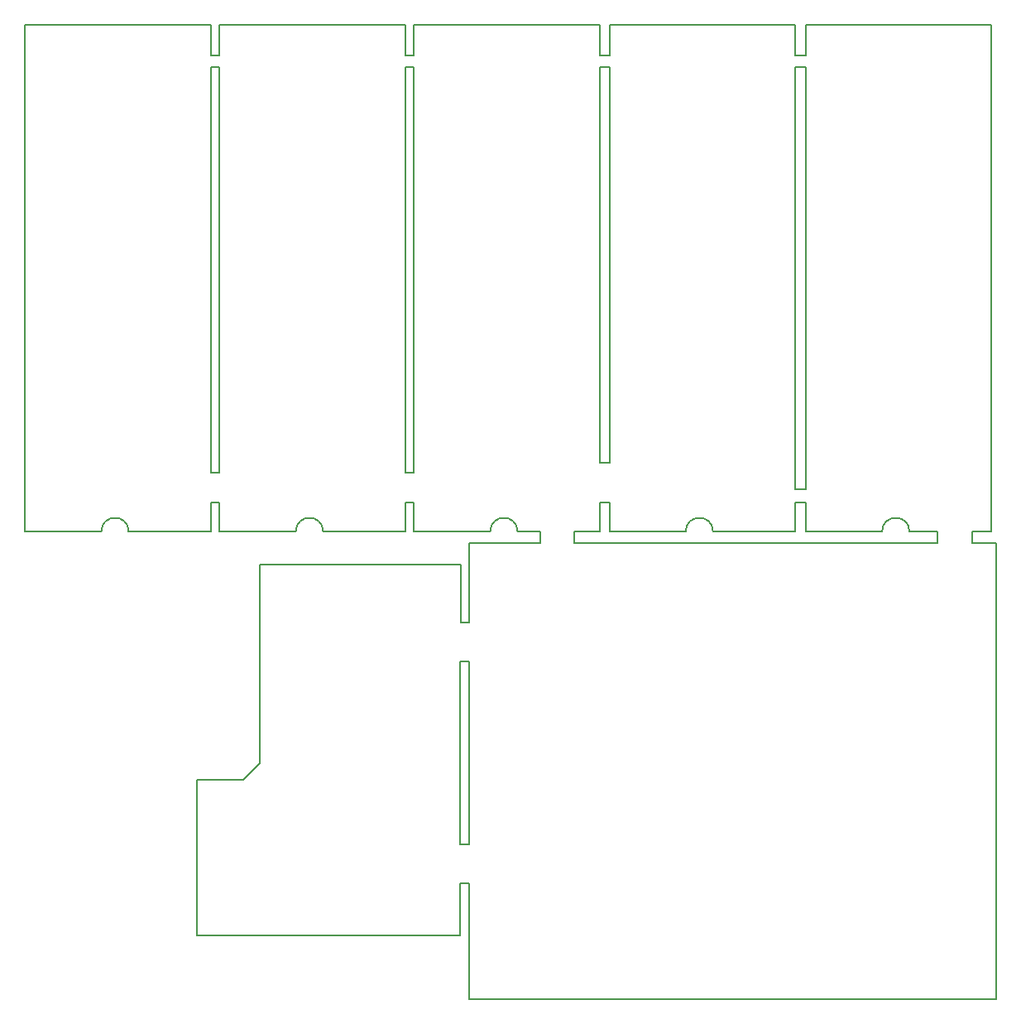
<source format=gbr>
G04 #@! TF.GenerationSoftware,KiCad,Pcbnew,5.0.0*
G04 #@! TF.CreationDate,2018-10-25T12:48:18+02:00*
G04 #@! TF.ProjectId,WaterFanBoard,576174657246616E426F6172642E6B69,rev?*
G04 #@! TF.SameCoordinates,Original*
G04 #@! TF.FileFunction,Profile,NP*
%FSLAX46Y46*%
G04 Gerber Fmt 4.6, Leading zero omitted, Abs format (unit mm)*
G04 Created by KiCad (PCBNEW 5.0.0) date Thu Oct 25 12:48:18 2018*
%MOMM*%
%LPD*%
G01*
G04 APERTURE LIST*
%ADD10C,0.150000*%
G04 APERTURE END LIST*
D10*
X120300000Y-104500000D02*
X120300000Y-146000000D01*
X119400000Y-146000000D02*
X119400000Y-104500000D01*
X120300000Y-146000000D02*
X119400000Y-146000000D01*
X139300000Y-146000000D02*
X140200000Y-146000000D01*
X139300000Y-104500000D02*
X139300000Y-146000000D01*
X140200000Y-146000000D02*
X140200000Y-104500000D01*
X159200000Y-104500000D02*
X159200000Y-145000000D01*
X160200000Y-145000000D02*
X160200000Y-104500000D01*
X160200000Y-145000000D02*
X159200000Y-145000000D01*
X197300000Y-152000000D02*
X199300000Y-152000000D01*
X197300000Y-153200000D02*
X199800000Y-153200000D01*
X197300000Y-152000000D02*
X197300000Y-153200000D01*
X156600000Y-153200000D02*
X193800000Y-153200000D01*
X156700000Y-152000000D02*
X156600000Y-152000000D01*
X159200000Y-152000000D02*
X156700000Y-152000000D01*
X156600000Y-152000000D02*
X156600000Y-153200000D01*
X144900000Y-165300000D02*
X145800000Y-165300000D01*
X144900000Y-184000000D02*
X144900000Y-165300000D01*
X145800000Y-184000000D02*
X144900000Y-184000000D01*
X145800000Y-165300000D02*
X145800000Y-184000000D01*
X124400000Y-175700000D02*
X124400000Y-155400000D01*
X122700000Y-177400000D02*
X124400000Y-175700000D01*
X118000000Y-177400000D02*
X122700000Y-177400000D01*
X118000000Y-193300000D02*
X118000000Y-177400000D01*
X145000000Y-155400000D02*
X124400000Y-155400000D01*
X145000000Y-161300000D02*
X145800000Y-161300000D01*
X145000000Y-155400000D02*
X145000000Y-161300000D01*
X145800000Y-153200000D02*
X145800000Y-161300000D01*
X144900000Y-193300000D02*
X118000000Y-193300000D01*
X144900000Y-188000000D02*
X144900000Y-193300000D01*
X145800000Y-188000000D02*
X144900000Y-188000000D01*
X145800000Y-199800000D02*
X145800000Y-188000000D01*
X153100000Y-152000000D02*
X150800000Y-152000000D01*
X153100000Y-153200000D02*
X153100000Y-152000000D01*
X145800000Y-153200000D02*
X153100000Y-153200000D01*
X193800000Y-152000000D02*
X193800000Y-153200000D01*
X190900000Y-152000000D02*
X193800000Y-152000000D01*
X199800000Y-153200000D02*
X199800000Y-199800000D01*
X199800000Y-199800000D02*
X145800000Y-199800000D01*
X120300000Y-104500000D02*
X119400000Y-104500000D01*
X119400000Y-103300000D02*
X120300000Y-103300000D01*
X100400000Y-104500000D02*
X100400000Y-103300000D01*
X100400000Y-149000000D02*
X100400000Y-147700000D01*
X120300000Y-149000000D02*
X119400000Y-149000000D01*
X140200000Y-104500000D02*
X139300000Y-104500000D01*
X140200000Y-103300000D02*
X139300000Y-103300000D01*
X140200000Y-149000000D02*
X139300000Y-149000000D01*
X160200000Y-149000000D02*
X159200000Y-149000000D01*
X160200000Y-104500000D02*
X159200000Y-104500000D01*
X160200000Y-103300000D02*
X159200000Y-103300000D01*
X180300000Y-103300000D02*
X179200000Y-103300000D01*
X180300000Y-104500000D02*
X179200000Y-104500000D01*
X180300000Y-147700000D02*
X179200000Y-147700000D01*
X180300000Y-149000000D02*
X179200000Y-149000000D01*
X199300000Y-147700000D02*
X199300000Y-149000000D01*
X199300000Y-103300000D02*
X199300000Y-104500000D01*
X100400000Y-152000000D02*
X108200000Y-152000000D01*
X108200000Y-152000000D02*
G75*
G02X111000000Y-152000000I1400000J0D01*
G01*
X119400000Y-152000000D02*
X111000000Y-152000000D01*
X119400000Y-149000000D02*
X119400000Y-152000000D01*
X100400000Y-149000000D02*
X100400000Y-152000000D01*
X100400000Y-104500000D02*
X100400000Y-147700000D01*
X119400000Y-100200000D02*
X119400000Y-103300000D01*
X100400000Y-100200000D02*
X119400000Y-100200000D01*
X100400000Y-100200000D02*
X100400000Y-103300000D01*
X120300000Y-152000000D02*
X128100000Y-152000000D01*
X128100000Y-152000000D02*
G75*
G02X130900000Y-152000000I1400000J0D01*
G01*
X139300000Y-152000000D02*
X130900000Y-152000000D01*
X139300000Y-149000000D02*
X139300000Y-152000000D01*
X120300000Y-149000000D02*
X120300000Y-152000000D01*
X139300000Y-100200000D02*
X139300000Y-103300000D01*
X120300000Y-100200000D02*
X139300000Y-100200000D01*
X120300000Y-100200000D02*
X120300000Y-103300000D01*
X140200000Y-152000000D02*
X148000000Y-152000000D01*
X148000000Y-152000000D02*
G75*
G02X150800000Y-152000000I1400000J0D01*
G01*
X159200000Y-149000000D02*
X159200000Y-152000000D01*
X140200000Y-149000000D02*
X140200000Y-152000000D01*
X159200000Y-100200000D02*
X159200000Y-103300000D01*
X140200000Y-100200000D02*
X159200000Y-100200000D01*
X140200000Y-100200000D02*
X140200000Y-103300000D01*
X160200000Y-152000000D02*
X168000000Y-152000000D01*
X168000000Y-152000000D02*
G75*
G02X170800000Y-152000000I1400000J0D01*
G01*
X179200000Y-152000000D02*
X170800000Y-152000000D01*
X179200000Y-149000000D02*
X179200000Y-152000000D01*
X160200000Y-149000000D02*
X160200000Y-152000000D01*
X179200000Y-104500000D02*
X179200000Y-147700000D01*
X179200000Y-100200000D02*
X179200000Y-103300000D01*
X160200000Y-100200000D02*
X179200000Y-100200000D01*
X160200000Y-100200000D02*
X160200000Y-103300000D01*
X180300000Y-152000000D02*
X188100000Y-152000000D01*
X188100000Y-152000000D02*
G75*
G02X190900000Y-152000000I1400000J0D01*
G01*
X199300000Y-149000000D02*
X199300000Y-152000000D01*
X180300000Y-149000000D02*
X180300000Y-152000000D01*
X199300000Y-104500000D02*
X199300000Y-147700000D01*
X180300000Y-104500000D02*
X180300000Y-147700000D01*
X199300000Y-100200000D02*
X199300000Y-103300000D01*
X180300000Y-100200000D02*
X199300000Y-100200000D01*
X180300000Y-100200000D02*
X180300000Y-103300000D01*
M02*

</source>
